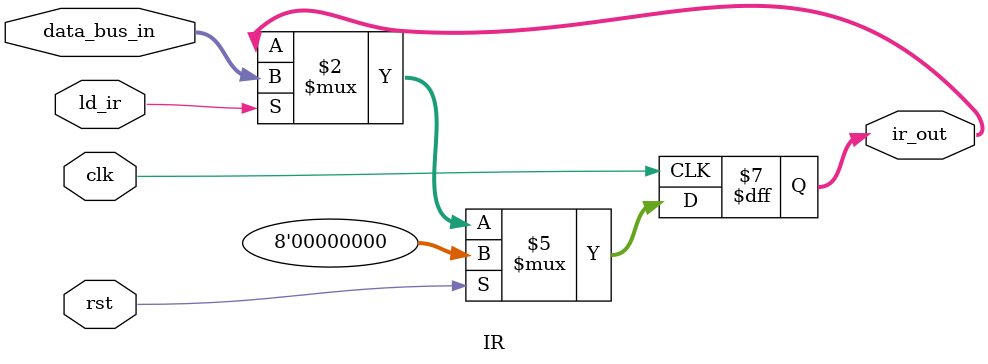
<source format=v>
module IR(
    input            clk,
    input            rst,
    input            ld_ir,
    input      [7:0] data_bus_in,
    output reg [7:0] ir_out
);

    always @(posedge clk) begin
        if (rst) begin
            ir_out <= 8'b00000000;
        end else if (ld_ir) begin
            ir_out <= data_bus_in;
        end
    end
endmodule
</source>
